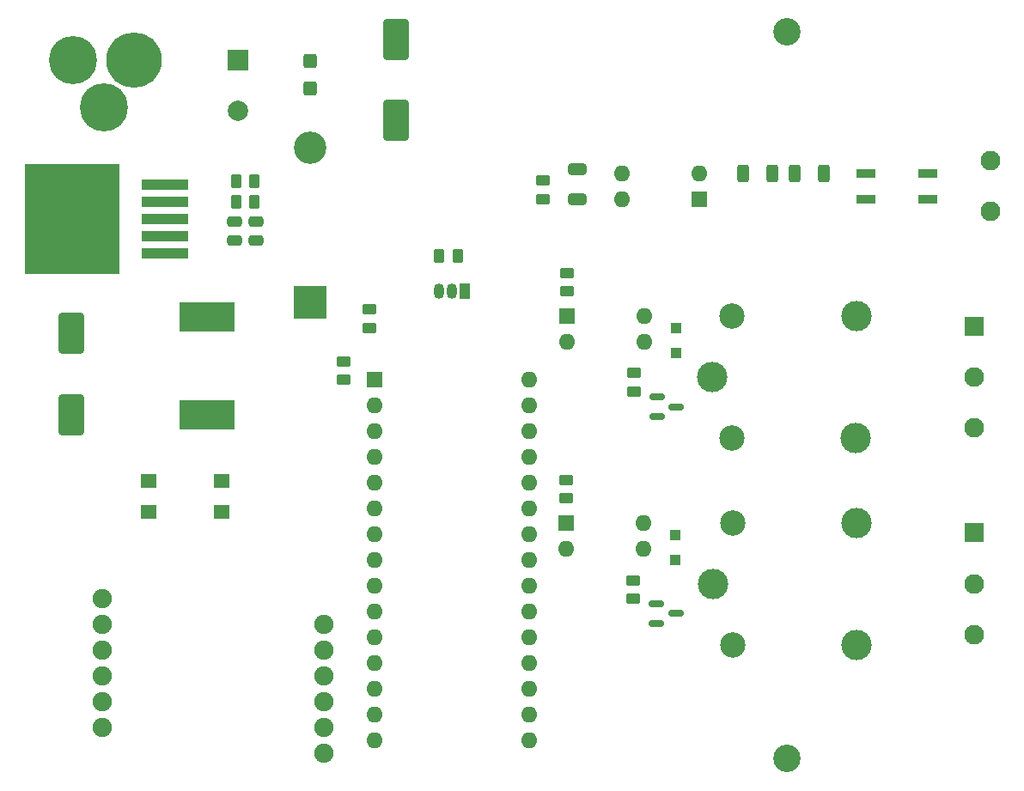
<source format=gts>
G04 #@! TF.GenerationSoftware,KiCad,Pcbnew,(6.0.8)*
G04 #@! TF.CreationDate,2022-12-08T23:12:20+04:00*
G04 #@! TF.ProjectId,SIM800_NANO,53494d38-3030-45f4-9e41-4e4f2e6b6963,rev?*
G04 #@! TF.SameCoordinates,Original*
G04 #@! TF.FileFunction,Soldermask,Top*
G04 #@! TF.FilePolarity,Negative*
%FSLAX46Y46*%
G04 Gerber Fmt 4.6, Leading zero omitted, Abs format (unit mm)*
G04 Created by KiCad (PCBNEW (6.0.8)) date 2022-12-08 23:12:20*
%MOMM*%
%LPD*%
G01*
G04 APERTURE LIST*
G04 Aperture macros list*
%AMRoundRect*
0 Rectangle with rounded corners*
0 $1 Rounding radius*
0 $2 $3 $4 $5 $6 $7 $8 $9 X,Y pos of 4 corners*
0 Add a 4 corners polygon primitive as box body*
4,1,4,$2,$3,$4,$5,$6,$7,$8,$9,$2,$3,0*
0 Add four circle primitives for the rounded corners*
1,1,$1+$1,$2,$3*
1,1,$1+$1,$4,$5*
1,1,$1+$1,$6,$7*
1,1,$1+$1,$8,$9*
0 Add four rect primitives between the rounded corners*
20,1,$1+$1,$2,$3,$4,$5,0*
20,1,$1+$1,$4,$5,$6,$7,0*
20,1,$1+$1,$6,$7,$8,$9,0*
20,1,$1+$1,$8,$9,$2,$3,0*%
G04 Aperture macros list end*
%ADD10RoundRect,0.250000X-0.312500X-0.625000X0.312500X-0.625000X0.312500X0.625000X-0.312500X0.625000X0*%
%ADD11RoundRect,0.150000X-0.587500X-0.150000X0.587500X-0.150000X0.587500X0.150000X-0.587500X0.150000X0*%
%ADD12RoundRect,0.250000X-0.475000X0.250000X-0.475000X-0.250000X0.475000X-0.250000X0.475000X0.250000X0*%
%ADD13C,3.000000*%
%ADD14C,2.500000*%
%ADD15RoundRect,0.250000X0.475000X-0.250000X0.475000X0.250000X-0.475000X0.250000X-0.475000X-0.250000X0*%
%ADD16RoundRect,0.250000X0.450000X-0.262500X0.450000X0.262500X-0.450000X0.262500X-0.450000X-0.262500X0*%
%ADD17RoundRect,0.250000X-0.262500X-0.450000X0.262500X-0.450000X0.262500X0.450000X-0.262500X0.450000X0*%
%ADD18R,4.600000X1.100000*%
%ADD19R,9.400000X10.800000*%
%ADD20C,2.700000*%
%ADD21RoundRect,0.250000X1.000000X-1.750000X1.000000X1.750000X-1.000000X1.750000X-1.000000X-1.750000X0*%
%ADD22RoundRect,0.250000X-0.425000X0.450000X-0.425000X-0.450000X0.425000X-0.450000X0.425000X0.450000X0*%
%ADD23R,1.600000X1.400000*%
%ADD24O,1.600000X1.600000*%
%ADD25R,1.600000X1.600000*%
%ADD26R,1.950000X1.950000*%
%ADD27C,1.950000*%
%ADD28RoundRect,0.250000X-0.450000X0.262500X-0.450000X-0.262500X0.450000X-0.262500X0.450000X0.262500X0*%
%ADD29C,5.460000*%
%ADD30C,4.740000*%
%ADD31R,1.050000X1.500000*%
%ADD32O,1.050000X1.500000*%
%ADD33RoundRect,0.250000X0.262500X0.450000X-0.262500X0.450000X-0.262500X-0.450000X0.262500X-0.450000X0*%
%ADD34R,3.200000X3.200000*%
%ADD35O,3.200000X3.200000*%
%ADD36R,1.000000X1.000000*%
%ADD37RoundRect,0.250000X0.650000X-0.325000X0.650000X0.325000X-0.650000X0.325000X-0.650000X-0.325000X0*%
%ADD38R,2.000000X2.000000*%
%ADD39C,2.000000*%
%ADD40RoundRect,0.250000X-1.000000X1.750000X-1.000000X-1.750000X1.000000X-1.750000X1.000000X1.750000X0*%
%ADD41C,1.900000*%
%ADD42R,5.400000X2.900000*%
%ADD43R,1.850000X0.950000*%
G04 APERTURE END LIST*
D10*
X163793500Y-80417000D03*
X166718500Y-80417000D03*
D11*
X155309500Y-122862000D03*
X155309500Y-124762000D03*
X157184500Y-123812000D03*
D12*
X115800000Y-85150000D03*
X115800000Y-87050000D03*
D13*
X160822000Y-120862000D03*
D14*
X162772000Y-126912000D03*
D13*
X174972000Y-126912000D03*
X175022000Y-114862000D03*
D14*
X162772000Y-114912000D03*
D13*
X160797000Y-100462000D03*
D14*
X162747000Y-106512000D03*
D13*
X174947000Y-106512000D03*
X174997000Y-94462000D03*
D14*
X162747000Y-94512000D03*
D11*
X155334500Y-102487000D03*
X155334500Y-104387000D03*
X157209500Y-103437000D03*
D15*
X113700000Y-87050000D03*
X113700000Y-85150000D03*
D16*
X146397000Y-112449500D03*
X146397000Y-110624500D03*
D17*
X133859500Y-88562000D03*
X135684500Y-88562000D03*
D18*
X106839000Y-88328000D03*
X106839000Y-86628000D03*
D19*
X97689000Y-84928000D03*
D18*
X106839000Y-84928000D03*
X106839000Y-83228000D03*
X106839000Y-81528000D03*
D16*
X153047000Y-101937000D03*
X153047000Y-100112000D03*
D20*
X168150000Y-138100000D03*
D21*
X97622000Y-104219500D03*
X97622000Y-96219500D03*
D22*
X121172000Y-69312000D03*
X121172000Y-72012000D03*
D23*
X105222000Y-110762000D03*
X112422000Y-110762000D03*
X112422000Y-113762000D03*
X105222000Y-113762000D03*
D24*
X142740000Y-100780000D03*
X142740000Y-103320000D03*
X142740000Y-105860000D03*
X142740000Y-108400000D03*
X142740000Y-110940000D03*
X142740000Y-113480000D03*
X142740000Y-116020000D03*
X142740000Y-118560000D03*
X142740000Y-121100000D03*
X142740000Y-123640000D03*
X142740000Y-126180000D03*
X142740000Y-128720000D03*
X142740000Y-131260000D03*
X142740000Y-133800000D03*
X142740000Y-136340000D03*
X127500000Y-136340000D03*
X127500000Y-133800000D03*
X127500000Y-131260000D03*
X127500000Y-128720000D03*
X127500000Y-126180000D03*
X127500000Y-123640000D03*
X127500000Y-121100000D03*
X127500000Y-118560000D03*
X127500000Y-116020000D03*
X127500000Y-113480000D03*
X127500000Y-110940000D03*
X127500000Y-108400000D03*
X127500000Y-105860000D03*
X127500000Y-103320000D03*
D25*
X127500000Y-100780000D03*
D10*
X168873500Y-80417000D03*
X171798500Y-80417000D03*
D26*
X186600000Y-95462000D03*
D27*
X186600000Y-100462000D03*
X186600000Y-105462000D03*
D25*
X159500000Y-82957000D03*
D24*
X159500000Y-80417000D03*
X151880000Y-80417000D03*
X151880000Y-82957000D03*
D28*
X144100000Y-81137500D03*
X144100000Y-82962500D03*
D27*
X188172000Y-79187000D03*
X188172000Y-84187000D03*
D29*
X103795000Y-69235000D03*
D30*
X97795000Y-69235000D03*
X100795000Y-73935000D03*
D31*
X136397000Y-92027000D03*
D32*
X135127000Y-92027000D03*
X133857000Y-92027000D03*
D25*
X146445000Y-94505000D03*
D24*
X146445000Y-97045000D03*
X154065000Y-97045000D03*
X154065000Y-94505000D03*
D33*
X115668500Y-83226000D03*
X113843500Y-83226000D03*
D16*
X146445000Y-92055000D03*
X146445000Y-90230000D03*
D20*
X168150000Y-66500000D03*
D34*
X121150000Y-93140000D03*
D35*
X121150000Y-77900000D03*
D16*
X153000000Y-122350000D03*
X153000000Y-120525000D03*
D36*
X157172000Y-116062000D03*
X157172000Y-118562000D03*
D16*
X124450000Y-100762500D03*
X124450000Y-98937500D03*
D28*
X126950000Y-93837500D03*
X126950000Y-95662500D03*
D37*
X147495000Y-82950000D03*
X147495000Y-80000000D03*
D36*
X157197000Y-95655000D03*
X157197000Y-98155000D03*
D38*
X114060000Y-69225323D03*
D39*
X114060000Y-74225323D03*
D26*
X186600000Y-115862000D03*
D27*
X186600000Y-120862000D03*
X186600000Y-125862000D03*
D40*
X129622000Y-67212000D03*
X129622000Y-75212000D03*
D17*
X113843500Y-81194000D03*
X115668500Y-81194000D03*
D41*
X100622000Y-122337000D03*
X100622000Y-124877000D03*
X100622000Y-127417000D03*
X100622000Y-129957000D03*
X100622000Y-132497000D03*
X100622000Y-135037000D03*
X122492000Y-137577000D03*
X122492000Y-135037000D03*
X122492000Y-132497000D03*
X122492000Y-129957000D03*
X122492000Y-127417000D03*
X122492000Y-124877000D03*
D25*
X146397000Y-114887000D03*
D24*
X146397000Y-117427000D03*
X154017000Y-117427000D03*
X154017000Y-114887000D03*
D42*
X111012000Y-94556000D03*
X111012000Y-104256000D03*
D43*
X175947000Y-80437000D03*
X175947000Y-82937000D03*
X181997000Y-82937000D03*
X181997000Y-80437000D03*
M02*

</source>
